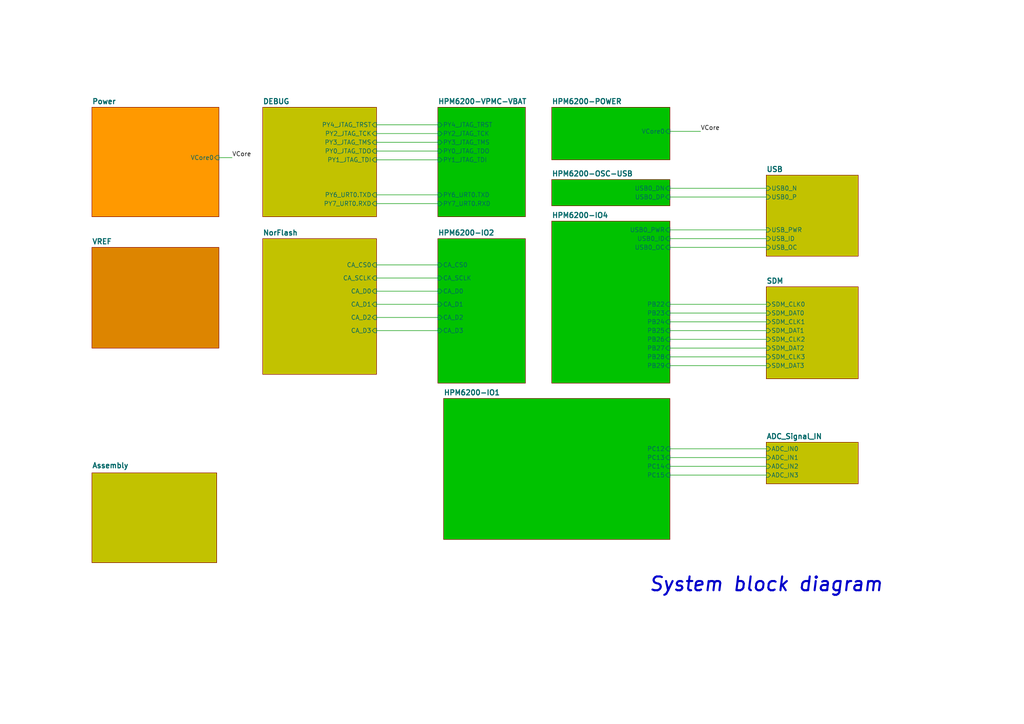
<source format=kicad_sch>
(kicad_sch (version 20230121) (generator eeschema)
  (paper "A4")
  (lib_symbols)
  (wire (pts (xy 194.31 103.505) (xy 222.25 103.505)))
  (wire (pts (xy 194.31 106.045) (xy 222.25 106.045)))
  (wire (pts (xy 109.22 56.515) (xy 127 56.515)))
  (wire (pts (xy 194.31 135.255) (xy 222.25 135.255)))
  (wire (pts (xy 109.22 88.265) (xy 127 88.265)))
  (wire (pts (xy 109.22 43.815) (xy 127 43.815)))
  (wire (pts (xy 109.22 46.355) (xy 127 46.355)))
  (wire (pts (xy 194.31 130.175) (xy 222.25 130.175)))
  (wire (pts (xy 194.31 88.265) (xy 222.25 88.265)))
  (wire (pts (xy 194.31 98.425) (xy 222.25 98.425)))
  (wire (pts (xy 63.5 45.72) (xy 67.31 45.72)))
  (wire (pts (xy 109.22 76.835) (xy 127 76.835)))
  (wire (pts (xy 109.22 92.075) (xy 127 92.075)))
  (wire (pts (xy 194.31 69.215) (xy 222.25 69.215)))
  (wire (pts (xy 194.31 132.715) (xy 222.25 132.715)))
  (wire (pts (xy 194.31 93.345) (xy 222.25 93.345)))
  (wire (pts (xy 109.22 38.735) (xy 127 38.735)))
  (wire (pts (xy 194.31 95.885) (xy 222.25 95.885)))
  (wire (pts (xy 194.31 66.675) (xy 222.25 66.675)))
  (wire (pts (xy 194.31 38.1) (xy 203.2 38.1)))
  (wire (pts (xy 109.22 41.275) (xy 127 41.275)))
  (wire (pts (xy 194.31 57.15) (xy 222.25 57.15)))
  (wire (pts (xy 109.22 95.885) (xy 127 95.885)))
  (wire (pts (xy 194.31 137.795) (xy 222.25 137.795)))
  (wire (pts (xy 109.22 59.055) (xy 127 59.055)))
  (wire (pts (xy 194.31 100.965) (xy 222.25 100.965)))
  (wire (pts (xy 109.22 36.195) (xy 127 36.195)))
  (wire (pts (xy 194.31 71.755) (xy 222.25 71.755)))
  (wire (pts (xy 109.22 80.645) (xy 127 80.645)))
  (wire (pts (xy 194.31 54.61) (xy 222.25 54.61)))
  (wire (pts (xy 109.22 84.455) (xy 127 84.455)))
  (wire (pts (xy 194.31 90.805) (xy 222.25 90.805)))
  (text "System block diagram" (at 188.087 171.958 0) (effects (font (size 4 4) (thickness 0.6) bold italic) (justify left bottom)))
  (label "VCore" (at 67.31 45.72 0))
  (label "VCore" (at 203.2 38.1 0))
  (sheet (at 76.2 31.115) (size 33.02 31.75) (stroke (width 0.1524)) (fill (color 194 194 0 1.0000))
    (property "Sheetname" "DEBUG" (at 76.2 30.2884 0) (effects (font (size 1.5 1.5) bold) (justify left bottom)))
    (property "Sheetfile" "DEBUG.kicad_sch" (effects hide))
    (pin "PY4_JTAG_TRST" input (at 109.22 36.195 0))
    (pin "PY2_JTAG_TCK" input (at 109.22 38.735 0))
    (pin "PY3_JTAG_TMS" input (at 109.22 41.275 0))
    (pin "PY0_JTAG_TDO" input (at 109.22 43.815 0))
    (pin "PY1_JTAG_TDI" input (at 109.22 46.355 0))
    (pin "PY6_URT0.TXD" input (at 109.22 56.515 0))
    (pin "PY7_URT0.RXD" input (at 109.22 59.055 0))
  )
  (sheet (at 160.02 64.135) (size 34.29 46.99) (stroke (width 0.1524)) (fill (color 0 194 0 1.0000))
    (property "Sheetname" "HPM6200-IO4" (at 160.02 63.3084 0) (effects (font (size 1.5 1.5) bold) (justify left bottom)))
    (property "Sheetfile" "HPM6280IPAx-IO4.kicad_sch" (effects hide))
    (pin "USB0_ID" input (at 194.31 69.215 0))
    (pin "USB0_OC" input (at 194.31 71.755 0))
    (pin "USB0_PWR" input (at 194.31 66.675 0))
    (pin "PB25" input (at 194.31 95.885 0))
    (pin "PB26" input (at 194.31 98.425 0))
    (pin "PB27" input (at 194.31 100.965 0))
    (pin "PB28" input (at 194.31 103.505 0))
    (pin "PB29" input (at 194.31 106.045 0))
    (pin "PB24" input (at 194.31 93.345 0))
    (pin "PB22" input (at 194.31 88.265 0))
    (pin "PB23" input (at 194.31 90.805 0))
  )
  (sheet (at 160.02 52.07) (size 34.29 7.62) (stroke (width 0.1524)) (fill (color 0 194 0 1.0000))
    (property "Sheetname" "HPM6200-OSC-USB" (at 160.02 51.2434 0) (effects (font (size 1.5 1.5) bold) (justify left bottom)))
    (property "Sheetfile" "HPM6280IPAx-OSC-USB.kicad_sch" (effects hide))
    (pin "USB0_DN" input (at 194.31 54.61 0))
    (pin "USB0_DP" input (at 194.31 57.15 0))
  )
  (sheet (at 76.2 69.215) (size 33.02 39.37) (stroke (width 0.1524)) (fill (color 194 194 0 1.0000))
    (property "Sheetname" "NorFlash" (at 76.2 68.3884 0) (effects (font (size 1.5 1.5) bold) (justify left bottom)))
    (property "Sheetfile" "NorFlash.kicad_sch" (effects hide))
    (pin "CA_D0" input (at 109.22 84.455 0))
    (pin "CA_SCLK" input (at 109.22 80.645 0))
    (pin "CA_D3" input (at 109.22 95.885 0))
    (pin "CA_D1" input (at 109.22 88.265 0))
    (pin "CA_D2" input (at 109.22 92.075 0))
    (pin "CA_CS0" input (at 109.22 76.835 0))
  )
  (sheet (at 128.651 115.57) (size 65.659 40.894) (stroke (width 0.1524)) (fill (color 0 194 0 1.0000))
    (property "Sheetname" "HPM6200-IO1" (at 128.651 114.7434 0) (effects (font (size 1.5 1.5) bold) (justify left bottom)))
    (property "Sheetfile" "HPM6280IPAx-IO1.kicad_sch" (effects hide))
    (pin "PC12" input (at 194.31 130.175 0))
    (pin "PC14" input (at 194.31 135.255 0))
    (pin "PC13" input (at 194.31 132.715 0))
    (pin "PC15" input (at 194.31 137.795 0))
  )
  (sheet (at 127 31.115) (size 25.4 31.75) (stroke (width 0.1524)) (fill (color 0 194 0 1.0000))
    (property "Sheetname" "HPM6200-VPMC-VBAT" (at 127 30.2884 0) (effects (font (size 1.5 1.5) bold) (justify left bottom)))
    (property "Sheetfile" "HPM6280IPAx-VPMC-VBAT.kicad_sch" (effects hide))
    (pin "PY7_URT0.RXD" input (at 127 59.055 180))
    (pin "PY2_JTAG_TCK" input (at 127 38.735 180))
    (pin "PY6_URT0.TXD" input (at 127 56.515 180))
    (pin "PY3_JTAG_TMS" input (at 127 41.275 180))
    (pin "PY4_JTAG_TRST" input (at 127 36.195 180))
    (pin "PY1_JTAG_TDI" input (at 127 46.355 180))
    (pin "PY0_JTAG_TDO" input (at 127 43.815 180))
  )
  (sheet (at 222.25 50.8) (size 26.67 23.495) (stroke (width 0.1524)) (fill (color 194 194 0 1.0000))
    (property "Sheetname" "USB" (at 222.25 49.9734 0) (effects (font (size 1.5 1.5) bold) (justify left bottom)))
    (property "Sheetfile" "USB.kicad_sch" (effects hide))
    (pin "USB_OC" input (at 222.25 71.755 180))
    (pin "USB0_P" input (at 222.25 57.15 180))
    (pin "USB0_N" input (at 222.25 54.61 180))
    (pin "USB_ID" input (at 222.25 69.215 180))
    (pin "USB_PWR" input (at 222.25 66.675 180))
  )
  (sheet (at 160.02 31.115) (size 34.29 15.24) (stroke (width 0.1524)) (fill (color 0 194 0 1.0000))
    (property "Sheetname" "HPM6200-POWER" (at 160.02 30.2884 0) (effects (font (size 1.5 1.5) bold) (justify left bottom)))
    (property "Sheetfile" "HPM6280IPAx-POWER.kicad_sch" (effects hide))
    (pin "VCore0" input (at 194.31 38.1 0))
  )
  (sheet (at 222.25 83.185) (size 26.67 26.67) (stroke (width 0.1524)) (fill (color 194 194 0 1.0000))
    (property "Sheetname" "SDM" (at 222.25 82.3584 0) (effects (font (size 1.5 1.5) bold) (justify left bottom)))
    (property "Sheetfile" "SDM_CONN.kicad_sch" (effects hide))
    (pin "SDM_CLK3" input (at 222.25 103.505 180))
    (pin "SDM_CLK0" input (at 222.25 88.265 180))
    (pin "SDM_CLK2" input (at 222.25 98.425 180))
    (pin "SDM_DAT0" input (at 222.25 90.805 180))
    (pin "SDM_DAT1" input (at 222.25 95.885 180))
    (pin "SDM_CLK1" input (at 222.25 93.345 180))
    (pin "SDM_DAT2" input (at 222.25 100.965 180))
    (pin "SDM_DAT3" input (at 222.25 106.045 180))
  )
  (sheet (at 26.67 31.115) (size 36.83 31.75) (stroke (width 0.1524)) (fill (color 255 153 0 1.0000))
    (property "Sheetname" "Power" (at 26.67 30.2884 0) (effects (font (size 1.5 1.5) bold) (justify left bottom)))
    (property "Sheetfile" "Power.kicad_sch" (effects hide))
    (pin "VCore0" input (at 63.5 45.72 0))
  )
  (sheet (at 26.67 137.16) (size 36.195 26.035) (stroke (width 0.1524)) (fill (color 194 194 0 1.0000))
    (property "Sheetname" "Assembly" (at 26.67 135.89 0) (effects (font (size 1.5 1.5) bold) (justify left bottom)))
    (property "Sheetfile" "Assembly.kicad_sch" (effects hide))
  )
  (sheet (at 127 69.215) (size 25.4 41.91) (stroke (width 0.1524)) (fill (color 0 194 0 1.0000))
    (property "Sheetname" "HPM6200-IO2" (at 127 68.3884 0) (effects (font (size 1.5 1.5) bold) (justify left bottom)))
    (property "Sheetfile" "HPM6280IPAx-IO2.kicad_sch" (effects hide))
    (pin "CA_CS0" input (at 127 76.835 180))
    (pin "CA_D2" input (at 127 92.075 180))
    (pin "CA_SCLK" input (at 127 80.645 180))
    (pin "CA_D0" input (at 127 84.455 180))
    (pin "CA_D1" input (at 127 88.265 180))
    (pin "CA_D3" input (at 127 95.885 180))
  )
  (sheet (at 222.25 128.27) (size 26.67 12.065) (stroke (width 0.1524)) (fill (color 194 194 0 1.0000))
    (property "Sheetname" "ADC_Signal_IN" (at 222.25 127.4434 0) (effects (font (size 1.5 1.5) bold) (justify left bottom)))
    (property "Sheetfile" "ADC_Signal.kicad_sch" (effects hide))
    (pin "ADC_IN0" input (at 222.25 130.175 180))
    (pin "ADC_IN1" input (at 222.25 132.715 180))
    (pin "ADC_IN2" input (at 222.25 135.255 180))
    (pin "ADC_IN3" input (at 222.25 137.795 180))
  )
  (sheet (at 26.67 71.755) (size 36.83 29.21) (stroke (width 0.1524)) (fill (color 221 133 0 1.0000))
    (property "Sheetname" "VREF" (at 26.67 70.9284 0) (effects (font (size 1.5 1.5) bold) (justify left bottom)))
    (property "Sheetfile" "VREF.kicad_sch" (effects hide))
  )
)
</source>
